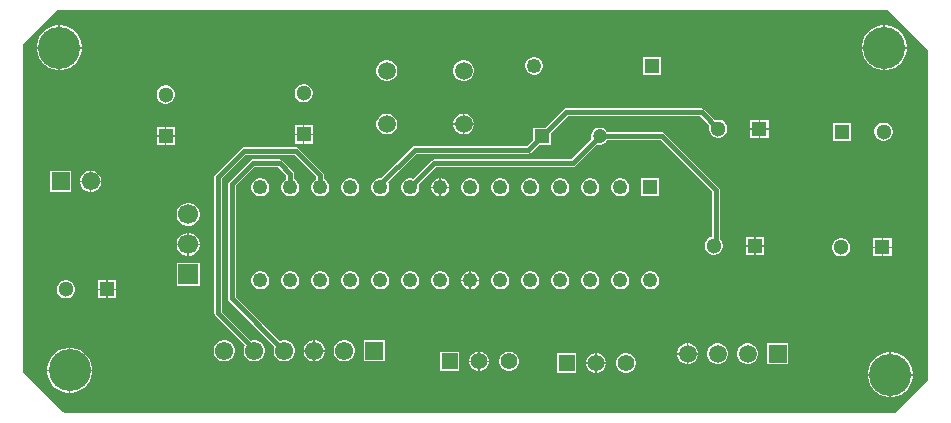
<source format=gbl>
G04*
G04 #@! TF.GenerationSoftware,Altium Limited,Altium Designer,23.4.1 (23)*
G04*
G04 Layer_Physical_Order=2*
G04 Layer_Color=16711680*
%FSLAX44Y44*%
%MOMM*%
G71*
G04*
G04 #@! TF.SameCoordinates,25470DFE-9127-4010-A817-713BFABC8644*
G04*
G04*
G04 #@! TF.FilePolarity,Positive*
G04*
G01*
G75*
%ADD22C,1.3000*%
%ADD23R,1.3000X1.3000*%
%ADD26R,1.3000X1.3000*%
%ADD27C,1.2500*%
%ADD28R,1.2500X1.2500*%
%ADD33C,1.5500*%
%ADD34R,1.5500X1.5500*%
%ADD36C,0.3810*%
%ADD37C,3.5560*%
%ADD38C,1.5000*%
%ADD39R,1.5000X1.5000*%
%ADD40R,1.2500X1.2500*%
%ADD41C,1.7000*%
%ADD42R,1.7000X1.7000*%
%ADD43C,1.4000*%
%ADD44R,1.4000X1.4000*%
%ADD45R,1.2000X1.2000*%
%ADD46C,1.2000*%
G36*
X1025391Y865295D02*
Y586315D01*
X997375Y558299D01*
X294971D01*
X291931Y559312D01*
X258579Y592665D01*
Y870375D01*
X287865Y899661D01*
X991025D01*
X1025391Y865295D01*
D02*
G37*
%LPC*%
G36*
X989936Y886460D02*
X988695D01*
Y868045D01*
X1007110D01*
Y869286D01*
X1006378Y872967D01*
X1004942Y876434D01*
X1002857Y879554D01*
X1000204Y882207D01*
X997084Y884292D01*
X993617Y885728D01*
X989936Y886460D01*
D02*
G37*
G36*
X987425D02*
X986184D01*
X982503Y885728D01*
X979036Y884292D01*
X975916Y882207D01*
X973263Y879554D01*
X971178Y876434D01*
X969742Y872967D01*
X969010Y869286D01*
Y868045D01*
X987425D01*
Y886460D01*
D02*
G37*
G36*
X291436D02*
X290195D01*
Y868045D01*
X308610D01*
Y869286D01*
X307878Y872967D01*
X306442Y876434D01*
X304357Y879554D01*
X301704Y882207D01*
X298584Y884292D01*
X295117Y885728D01*
X291436Y886460D01*
D02*
G37*
G36*
X288925D02*
X287684D01*
X284003Y885728D01*
X280536Y884292D01*
X277416Y882207D01*
X274763Y879554D01*
X272678Y876434D01*
X271242Y872967D01*
X270510Y869286D01*
Y868045D01*
X288925D01*
Y886460D01*
D02*
G37*
G36*
X1007110Y866775D02*
X988695D01*
Y848360D01*
X989936D01*
X993617Y849092D01*
X997084Y850528D01*
X1000204Y852613D01*
X1002857Y855266D01*
X1004942Y858386D01*
X1006378Y861853D01*
X1007110Y865534D01*
Y866775D01*
D02*
G37*
G36*
X987425D02*
X969010D01*
Y865534D01*
X969742Y861853D01*
X971178Y858386D01*
X973263Y855266D01*
X975916Y852613D01*
X979036Y850528D01*
X982503Y849092D01*
X986184Y848360D01*
X987425D01*
Y866775D01*
D02*
G37*
G36*
X308610D02*
X290195D01*
Y848360D01*
X291436D01*
X295117Y849092D01*
X298584Y850528D01*
X301704Y852613D01*
X304357Y855266D01*
X306442Y858386D01*
X307878Y861853D01*
X308610Y865534D01*
Y866775D01*
D02*
G37*
G36*
X288925D02*
X270510D01*
Y865534D01*
X271242Y861853D01*
X272678Y858386D01*
X274763Y855266D01*
X277416Y852613D01*
X280536Y850528D01*
X284003Y849092D01*
X287684Y848360D01*
X288925D01*
Y866775D01*
D02*
G37*
G36*
X799200Y859690D02*
X784160D01*
Y844650D01*
X799200D01*
Y859690D01*
D02*
G37*
G36*
X692670D02*
X690690D01*
X688777Y859177D01*
X687063Y858187D01*
X685663Y856787D01*
X684672Y855073D01*
X684160Y853160D01*
Y851180D01*
X684672Y849267D01*
X685663Y847553D01*
X687063Y846152D01*
X688777Y845163D01*
X690690Y844650D01*
X692670D01*
X694583Y845163D01*
X696297Y846152D01*
X697698Y847553D01*
X698688Y849267D01*
X699200Y851180D01*
Y853160D01*
X698688Y855073D01*
X697698Y856787D01*
X696297Y858187D01*
X694583Y859177D01*
X692670Y859690D01*
D02*
G37*
G36*
X633095Y856770D02*
X630785D01*
X628555Y856172D01*
X626555Y855018D01*
X624922Y853385D01*
X623768Y851385D01*
X623170Y849155D01*
Y846845D01*
X623768Y844615D01*
X624922Y842615D01*
X626555Y840982D01*
X628555Y839828D01*
X630785Y839230D01*
X633095D01*
X635325Y839828D01*
X637325Y840982D01*
X638958Y842615D01*
X640112Y844615D01*
X640710Y846845D01*
Y849155D01*
X640112Y851385D01*
X638958Y853385D01*
X637325Y855018D01*
X635325Y856172D01*
X633095Y856770D01*
D02*
G37*
G36*
X568095D02*
X565785D01*
X563555Y856172D01*
X561555Y855018D01*
X559922Y853385D01*
X558768Y851385D01*
X558170Y849155D01*
Y846845D01*
X558768Y844615D01*
X559922Y842615D01*
X561555Y840982D01*
X563555Y839828D01*
X565785Y839230D01*
X568095D01*
X570325Y839828D01*
X572325Y840982D01*
X573958Y842615D01*
X575112Y844615D01*
X575710Y846845D01*
Y849155D01*
X575112Y851385D01*
X573958Y853385D01*
X572325Y855018D01*
X570325Y856172D01*
X568095Y856770D01*
D02*
G37*
G36*
X497593Y836800D02*
X495547D01*
X493571Y836271D01*
X491799Y835247D01*
X490353Y833801D01*
X489329Y832029D01*
X488800Y830053D01*
Y828007D01*
X489329Y826031D01*
X490353Y824259D01*
X491799Y822812D01*
X493571Y821789D01*
X495547Y821260D01*
X497593D01*
X499569Y821789D01*
X501341Y822812D01*
X502788Y824259D01*
X503811Y826031D01*
X504340Y828007D01*
Y830053D01*
X503811Y832029D01*
X502788Y833801D01*
X501341Y835247D01*
X499569Y836271D01*
X497593Y836800D01*
D02*
G37*
G36*
X380753Y835530D02*
X378707D01*
X376731Y835001D01*
X374959Y833978D01*
X373512Y832531D01*
X372490Y830759D01*
X371960Y828783D01*
Y826737D01*
X372490Y824761D01*
X373512Y822989D01*
X374959Y821543D01*
X376731Y820519D01*
X378707Y819990D01*
X380753D01*
X382729Y820519D01*
X384501Y821543D01*
X385947Y822989D01*
X386970Y824761D01*
X387500Y826737D01*
Y828783D01*
X386970Y830759D01*
X385947Y832531D01*
X384501Y833978D01*
X382729Y835001D01*
X380753Y835530D01*
D02*
G37*
G36*
X633095Y811770D02*
X632575D01*
Y803635D01*
X640710D01*
Y804155D01*
X640112Y806385D01*
X638958Y808385D01*
X637325Y810018D01*
X635325Y811172D01*
X633095Y811770D01*
D02*
G37*
G36*
X631305D02*
X630785D01*
X628555Y811172D01*
X626555Y810018D01*
X624922Y808385D01*
X623768Y806385D01*
X623170Y804155D01*
Y803635D01*
X631305D01*
Y811770D01*
D02*
G37*
G36*
X890140Y806600D02*
X883005D01*
Y799465D01*
X890140D01*
Y806600D01*
D02*
G37*
G36*
X881735D02*
X874600D01*
Y799465D01*
X881735D01*
Y806600D01*
D02*
G37*
G36*
X504340Y801800D02*
X497205D01*
Y794665D01*
X504340D01*
Y801800D01*
D02*
G37*
G36*
X495935D02*
X488800D01*
Y794665D01*
X495935D01*
Y801800D01*
D02*
G37*
G36*
X640710Y802365D02*
X632575D01*
Y794230D01*
X633095D01*
X635325Y794828D01*
X637325Y795982D01*
X638958Y797615D01*
X640112Y799615D01*
X640710Y801845D01*
Y802365D01*
D02*
G37*
G36*
X631305D02*
X623170D01*
Y801845D01*
X623768Y799615D01*
X624922Y797615D01*
X626555Y795982D01*
X628555Y794828D01*
X630785Y794230D01*
X631305D01*
Y802365D01*
D02*
G37*
G36*
X568095Y811770D02*
X565785D01*
X563555Y811172D01*
X561555Y810018D01*
X559922Y808385D01*
X558768Y806385D01*
X558170Y804155D01*
Y801845D01*
X558768Y799615D01*
X559922Y797615D01*
X561555Y795982D01*
X563555Y794828D01*
X565785Y794230D01*
X568095D01*
X570325Y794828D01*
X572325Y795982D01*
X573958Y797615D01*
X575112Y799615D01*
X575710Y801845D01*
Y804155D01*
X575112Y806385D01*
X573958Y808385D01*
X572325Y810018D01*
X570325Y811172D01*
X568095Y811770D01*
D02*
G37*
G36*
X387500Y800530D02*
X380365D01*
Y793395D01*
X387500D01*
Y800530D01*
D02*
G37*
G36*
X379095D02*
X371960D01*
Y793395D01*
X379095D01*
Y800530D01*
D02*
G37*
G36*
X890140Y798195D02*
X883005D01*
Y791060D01*
X890140D01*
Y798195D01*
D02*
G37*
G36*
X881735D02*
X874600D01*
Y791060D01*
X881735D01*
Y798195D01*
D02*
G37*
G36*
X833400Y816037D02*
X718550D01*
X717311Y815791D01*
X716261Y815089D01*
X700922Y799750D01*
X690960D01*
Y789788D01*
X685459Y784287D01*
X590550D01*
X589311Y784041D01*
X588261Y783339D01*
X561742Y756820D01*
X560350D01*
X558437Y756308D01*
X556723Y755318D01*
X555322Y753917D01*
X554333Y752203D01*
X553820Y750290D01*
Y748310D01*
X554333Y746397D01*
X555322Y744683D01*
X556723Y743282D01*
X558437Y742292D01*
X560350Y741780D01*
X562330D01*
X564243Y742292D01*
X565957Y743282D01*
X567357Y744683D01*
X568348Y746397D01*
X568860Y748310D01*
Y750290D01*
X568348Y752203D01*
X567591Y753513D01*
X591891Y777813D01*
X686800D01*
X688039Y778059D01*
X689089Y778761D01*
X695538Y785210D01*
X705500D01*
Y795172D01*
X719891Y809563D01*
X832059D01*
X840058Y801563D01*
X839600Y799853D01*
Y797807D01*
X840129Y795831D01*
X841152Y794059D01*
X842599Y792613D01*
X844371Y791590D01*
X846347Y791060D01*
X848393D01*
X850369Y791590D01*
X852141Y792613D01*
X853587Y794059D01*
X854611Y795831D01*
X855140Y797807D01*
Y799853D01*
X854611Y801829D01*
X853587Y803601D01*
X852141Y805048D01*
X850369Y806070D01*
X848393Y806600D01*
X846347D01*
X844637Y806142D01*
X835689Y815089D01*
X834639Y815791D01*
X833400Y816037D01*
D02*
G37*
G36*
X988523Y804060D02*
X986477D01*
X984501Y803531D01*
X982729Y802507D01*
X981282Y801061D01*
X980259Y799289D01*
X979730Y797313D01*
Y795267D01*
X980259Y793291D01*
X981282Y791519D01*
X982729Y790072D01*
X984501Y789050D01*
X986477Y788520D01*
X988523D01*
X990499Y789050D01*
X992271Y790072D01*
X993717Y791519D01*
X994741Y793291D01*
X995270Y795267D01*
Y797313D01*
X994741Y799289D01*
X993717Y801061D01*
X992271Y802507D01*
X990499Y803531D01*
X988523Y804060D01*
D02*
G37*
G36*
X960270D02*
X944730D01*
Y788520D01*
X960270D01*
Y804060D01*
D02*
G37*
G36*
X504340Y793395D02*
X497205D01*
Y786260D01*
X504340D01*
Y793395D01*
D02*
G37*
G36*
X495935D02*
X488800D01*
Y786260D01*
X495935D01*
Y793395D01*
D02*
G37*
G36*
X387500Y792125D02*
X380365D01*
Y784990D01*
X387500D01*
Y792125D01*
D02*
G37*
G36*
X379095D02*
X371960D01*
Y784990D01*
X379095D01*
Y792125D01*
D02*
G37*
G36*
X317418Y763400D02*
X316865D01*
Y755015D01*
X325250D01*
Y755567D01*
X324635Y757862D01*
X323448Y759918D01*
X321768Y761598D01*
X319712Y762785D01*
X317418Y763400D01*
D02*
G37*
G36*
X315595D02*
X315042D01*
X312748Y762785D01*
X310692Y761598D01*
X309012Y759918D01*
X307825Y757862D01*
X307210Y755567D01*
Y755015D01*
X315595D01*
Y763400D01*
D02*
G37*
G36*
X613130Y756820D02*
X612775D01*
Y749935D01*
X619660D01*
Y750290D01*
X619147Y752203D01*
X618158Y753917D01*
X616757Y755318D01*
X615043Y756308D01*
X613130Y756820D01*
D02*
G37*
G36*
X611505D02*
X611150D01*
X609237Y756308D01*
X607523Y755318D01*
X606123Y753917D01*
X605132Y752203D01*
X604620Y750290D01*
Y749935D01*
X611505D01*
Y756820D01*
D02*
G37*
G36*
X325250Y753745D02*
X316865D01*
Y745360D01*
X317418D01*
X319712Y745975D01*
X321768Y747162D01*
X323448Y748842D01*
X324635Y750898D01*
X325250Y753193D01*
Y753745D01*
D02*
G37*
G36*
X315595D02*
X307210D01*
Y753193D01*
X307825Y750898D01*
X309012Y748842D01*
X310692Y747162D01*
X312748Y745975D01*
X315042Y745360D01*
X315595D01*
Y753745D01*
D02*
G37*
G36*
X299850Y763400D02*
X281810D01*
Y745360D01*
X299850D01*
Y763400D01*
D02*
G37*
G36*
X797460Y756820D02*
X782420D01*
Y741780D01*
X797460D01*
Y756820D01*
D02*
G37*
G36*
X765530D02*
X763550D01*
X761637Y756308D01*
X759923Y755318D01*
X758522Y753917D01*
X757533Y752203D01*
X757020Y750290D01*
Y748310D01*
X757533Y746397D01*
X758522Y744683D01*
X759923Y743282D01*
X761637Y742292D01*
X763550Y741780D01*
X765530D01*
X767443Y742292D01*
X769157Y743282D01*
X770557Y744683D01*
X771547Y746397D01*
X772060Y748310D01*
Y750290D01*
X771547Y752203D01*
X770557Y753917D01*
X769157Y755318D01*
X767443Y756308D01*
X765530Y756820D01*
D02*
G37*
G36*
X740130D02*
X738150D01*
X736237Y756308D01*
X734523Y755318D01*
X733122Y753917D01*
X732132Y752203D01*
X731620Y750290D01*
Y748310D01*
X732132Y746397D01*
X733122Y744683D01*
X734523Y743282D01*
X736237Y742292D01*
X738150Y741780D01*
X740130D01*
X742043Y742292D01*
X743757Y743282D01*
X745157Y744683D01*
X746148Y746397D01*
X746660Y748310D01*
Y750290D01*
X746148Y752203D01*
X745157Y753917D01*
X743757Y755318D01*
X742043Y756308D01*
X740130Y756820D01*
D02*
G37*
G36*
X714730D02*
X712750D01*
X710837Y756308D01*
X709123Y755318D01*
X707722Y753917D01*
X706732Y752203D01*
X706220Y750290D01*
Y748310D01*
X706732Y746397D01*
X707722Y744683D01*
X709123Y743282D01*
X710837Y742292D01*
X712750Y741780D01*
X714730D01*
X716643Y742292D01*
X718357Y743282D01*
X719758Y744683D01*
X720748Y746397D01*
X721260Y748310D01*
Y750290D01*
X720748Y752203D01*
X719758Y753917D01*
X718357Y755318D01*
X716643Y756308D01*
X714730Y756820D01*
D02*
G37*
G36*
X689330D02*
X687350D01*
X685437Y756308D01*
X683723Y755318D01*
X682322Y753917D01*
X681332Y752203D01*
X680820Y750290D01*
Y748310D01*
X681332Y746397D01*
X682322Y744683D01*
X683723Y743282D01*
X685437Y742292D01*
X687350Y741780D01*
X689330D01*
X691243Y742292D01*
X692957Y743282D01*
X694358Y744683D01*
X695348Y746397D01*
X695860Y748310D01*
Y750290D01*
X695348Y752203D01*
X694358Y753917D01*
X692957Y755318D01*
X691243Y756308D01*
X689330Y756820D01*
D02*
G37*
G36*
X663930D02*
X661950D01*
X660037Y756308D01*
X658323Y755318D01*
X656923Y753917D01*
X655932Y752203D01*
X655420Y750290D01*
Y748310D01*
X655932Y746397D01*
X656923Y744683D01*
X658323Y743282D01*
X660037Y742292D01*
X661950Y741780D01*
X663930D01*
X665843Y742292D01*
X667557Y743282D01*
X668958Y744683D01*
X669948Y746397D01*
X670460Y748310D01*
Y750290D01*
X669948Y752203D01*
X668958Y753917D01*
X667557Y755318D01*
X665843Y756308D01*
X663930Y756820D01*
D02*
G37*
G36*
X638530D02*
X636550D01*
X634637Y756308D01*
X632923Y755318D01*
X631522Y753917D01*
X630532Y752203D01*
X630020Y750290D01*
Y748310D01*
X630532Y746397D01*
X631522Y744683D01*
X632923Y743282D01*
X634637Y742292D01*
X636550Y741780D01*
X638530D01*
X640443Y742292D01*
X642157Y743282D01*
X643558Y744683D01*
X644548Y746397D01*
X645060Y748310D01*
Y750290D01*
X644548Y752203D01*
X643558Y753917D01*
X642157Y755318D01*
X640443Y756308D01*
X638530Y756820D01*
D02*
G37*
G36*
X619660Y748665D02*
X612775D01*
Y741780D01*
X613130D01*
X615043Y742292D01*
X616757Y743282D01*
X618158Y744683D01*
X619147Y746397D01*
X619660Y748310D01*
Y748665D01*
D02*
G37*
G36*
X611505D02*
X604620D01*
Y748310D01*
X605132Y746397D01*
X606123Y744683D01*
X607523Y743282D01*
X609237Y742292D01*
X611150Y741780D01*
X611505D01*
Y748665D01*
D02*
G37*
G36*
X536930Y756820D02*
X534950D01*
X533037Y756308D01*
X531323Y755318D01*
X529922Y753917D01*
X528932Y752203D01*
X528420Y750290D01*
Y748310D01*
X528932Y746397D01*
X529922Y744683D01*
X531323Y743282D01*
X533037Y742292D01*
X534950Y741780D01*
X536930D01*
X538843Y742292D01*
X540557Y743282D01*
X541958Y744683D01*
X542948Y746397D01*
X543460Y748310D01*
Y750290D01*
X542948Y752203D01*
X541958Y753917D01*
X540557Y755318D01*
X538843Y756308D01*
X536930Y756820D01*
D02*
G37*
G36*
X490220Y783017D02*
X445770D01*
X444531Y782771D01*
X443481Y782069D01*
X421891Y760479D01*
X421189Y759429D01*
X420943Y758190D01*
Y642620D01*
X421189Y641381D01*
X421891Y640331D01*
X446846Y615376D01*
X446255Y614352D01*
X445640Y612057D01*
Y609683D01*
X446255Y607388D01*
X447442Y605332D01*
X449122Y603652D01*
X451178Y602465D01*
X453473Y601850D01*
X455848D01*
X458142Y602465D01*
X460198Y603652D01*
X461878Y605332D01*
X463065Y607388D01*
X463680Y609683D01*
Y612057D01*
X463065Y614352D01*
X461878Y616408D01*
X460198Y618088D01*
X458142Y619275D01*
X455848Y619890D01*
X453473D01*
X451908Y619471D01*
X427417Y643961D01*
Y756849D01*
X447111Y776543D01*
X488879D01*
X507303Y758119D01*
Y756114D01*
X505923Y755318D01*
X504523Y753917D01*
X503532Y752203D01*
X503020Y750290D01*
Y748310D01*
X503532Y746397D01*
X504523Y744683D01*
X505923Y743282D01*
X507637Y742292D01*
X509550Y741780D01*
X511530D01*
X513443Y742292D01*
X515157Y743282D01*
X516558Y744683D01*
X517547Y746397D01*
X518060Y748310D01*
Y750290D01*
X517547Y752203D01*
X516558Y753917D01*
X515157Y755318D01*
X513777Y756114D01*
Y759460D01*
X513531Y760699D01*
X512829Y761749D01*
X492509Y782069D01*
X491459Y782771D01*
X490220Y783017D01*
D02*
G37*
G36*
X476250Y772857D02*
X453390D01*
X452151Y772611D01*
X451101Y771909D01*
X433321Y754129D01*
X432619Y753079D01*
X432373Y751840D01*
Y655320D01*
X432619Y654081D01*
X433321Y653031D01*
X471781Y614571D01*
X471655Y614352D01*
X471040Y612057D01*
Y609683D01*
X471655Y607388D01*
X472842Y605332D01*
X474522Y603652D01*
X476578Y602465D01*
X478872Y601850D01*
X481247D01*
X483542Y602465D01*
X485598Y603652D01*
X487278Y605332D01*
X488465Y607388D01*
X489080Y609683D01*
Y612057D01*
X488465Y614352D01*
X487278Y616408D01*
X485598Y618088D01*
X483542Y619275D01*
X481247Y619890D01*
X478872D01*
X476578Y619275D01*
X476359Y619149D01*
X438847Y656661D01*
Y750499D01*
X454731Y766383D01*
X474909D01*
X481903Y759389D01*
Y756114D01*
X480523Y755318D01*
X479123Y753917D01*
X478133Y752203D01*
X477620Y750290D01*
Y748310D01*
X478133Y746397D01*
X479123Y744683D01*
X480523Y743282D01*
X482237Y742292D01*
X484150Y741780D01*
X486130D01*
X488043Y742292D01*
X489757Y743282D01*
X491157Y744683D01*
X492147Y746397D01*
X492660Y748310D01*
Y750290D01*
X492147Y752203D01*
X491157Y753917D01*
X489757Y755318D01*
X488377Y756114D01*
Y760730D01*
X488131Y761969D01*
X487429Y763019D01*
X478539Y771909D01*
X477489Y772611D01*
X476250Y772857D01*
D02*
G37*
G36*
X460730Y756820D02*
X458750D01*
X456837Y756308D01*
X455123Y755318D01*
X453722Y753917D01*
X452733Y752203D01*
X452220Y750290D01*
Y748310D01*
X452733Y746397D01*
X453722Y744683D01*
X455123Y743282D01*
X456837Y742292D01*
X458750Y741780D01*
X460730D01*
X462643Y742292D01*
X464357Y743282D01*
X465757Y744683D01*
X466748Y746397D01*
X467260Y748310D01*
Y750290D01*
X466748Y752203D01*
X465757Y753917D01*
X464357Y755318D01*
X462643Y756308D01*
X460730Y756820D01*
D02*
G37*
G36*
X400066Y736210D02*
X397494D01*
X395009Y735544D01*
X392781Y734258D01*
X390962Y732439D01*
X389676Y730211D01*
X389010Y727726D01*
Y725154D01*
X389676Y722669D01*
X390962Y720441D01*
X392781Y718622D01*
X395009Y717336D01*
X397494Y716670D01*
X400066D01*
X402551Y717336D01*
X404779Y718622D01*
X406598Y720441D01*
X407884Y722669D01*
X408550Y725154D01*
Y727726D01*
X407884Y730211D01*
X406598Y732439D01*
X404779Y734258D01*
X402551Y735544D01*
X400066Y736210D01*
D02*
G37*
G36*
Y710810D02*
X399415D01*
Y701675D01*
X408550D01*
Y702326D01*
X407884Y704811D01*
X406598Y707039D01*
X404779Y708858D01*
X402551Y710144D01*
X400066Y710810D01*
D02*
G37*
G36*
X398145D02*
X397494D01*
X395009Y710144D01*
X392781Y708858D01*
X390962Y707039D01*
X389676Y704811D01*
X389010Y702326D01*
Y701675D01*
X398145D01*
Y710810D01*
D02*
G37*
G36*
X886610Y707540D02*
X879475D01*
Y700405D01*
X886610D01*
Y707540D01*
D02*
G37*
G36*
X878205D02*
X871070D01*
Y700405D01*
X878205D01*
Y707540D01*
D02*
G37*
G36*
X994280Y706270D02*
X987145D01*
Y699135D01*
X994280D01*
Y706270D01*
D02*
G37*
G36*
X985875D02*
X978740D01*
Y699135D01*
X985875D01*
Y706270D01*
D02*
G37*
G36*
X886610Y699135D02*
X879475D01*
Y692000D01*
X886610D01*
Y699135D01*
D02*
G37*
G36*
X878205D02*
X871070D01*
Y692000D01*
X878205D01*
Y699135D01*
D02*
G37*
G36*
X747987Y799750D02*
X746073D01*
X744224Y799255D01*
X742566Y798297D01*
X741213Y796944D01*
X740255Y795286D01*
X739760Y793437D01*
Y791523D01*
X740127Y790155D01*
X722829Y772857D01*
X607060D01*
X605821Y772611D01*
X604771Y771909D01*
X589269Y756407D01*
X587730Y756820D01*
X585750D01*
X583837Y756308D01*
X582123Y755318D01*
X580723Y753917D01*
X579733Y752203D01*
X579220Y750290D01*
Y748310D01*
X579733Y746397D01*
X580723Y744683D01*
X582123Y743282D01*
X583837Y742292D01*
X585750Y741780D01*
X587730D01*
X589643Y742292D01*
X591357Y743282D01*
X592757Y744683D01*
X593747Y746397D01*
X594260Y748310D01*
Y750290D01*
X593848Y751829D01*
X608401Y766383D01*
X724170D01*
X725409Y766629D01*
X726459Y767331D01*
X744705Y785577D01*
X746073Y785210D01*
X747987D01*
X749836Y785705D01*
X751494Y786663D01*
X752847Y788016D01*
X753556Y789243D01*
X798759D01*
X842583Y745419D01*
Y707477D01*
X840841Y707010D01*
X839069Y705987D01*
X837623Y704541D01*
X836600Y702769D01*
X836070Y700793D01*
Y698747D01*
X836600Y696771D01*
X837623Y694999D01*
X839069Y693552D01*
X840841Y692530D01*
X842817Y692000D01*
X844863D01*
X846839Y692530D01*
X848611Y693552D01*
X850058Y694999D01*
X851080Y696771D01*
X851610Y698747D01*
Y700793D01*
X851080Y702769D01*
X850058Y704541D01*
X849008Y705591D01*
X849057Y705840D01*
Y746760D01*
X848811Y747999D01*
X848109Y749049D01*
X802389Y794769D01*
X801339Y795471D01*
X800100Y795717D01*
X753556D01*
X752847Y796944D01*
X751494Y798297D01*
X749836Y799255D01*
X747987Y799750D01*
D02*
G37*
G36*
X408550Y700405D02*
X399415D01*
Y691270D01*
X400066D01*
X402551Y691936D01*
X404779Y693222D01*
X406598Y695041D01*
X407884Y697269D01*
X408550Y699754D01*
Y700405D01*
D02*
G37*
G36*
X398145D02*
X389010D01*
Y699754D01*
X389676Y697269D01*
X390962Y695041D01*
X392781Y693222D01*
X395009Y691936D01*
X397494Y691270D01*
X398145D01*
Y700405D01*
D02*
G37*
G36*
X994280Y697865D02*
X987145D01*
Y690730D01*
X994280D01*
Y697865D01*
D02*
G37*
G36*
X985875D02*
X978740D01*
Y690730D01*
X985875D01*
Y697865D01*
D02*
G37*
G36*
X952533Y706270D02*
X950487D01*
X948511Y705741D01*
X946739Y704717D01*
X945293Y703271D01*
X944269Y701499D01*
X943740Y699523D01*
Y697477D01*
X944269Y695501D01*
X945293Y693729D01*
X946739Y692282D01*
X948511Y691260D01*
X950487Y690730D01*
X952533D01*
X954509Y691260D01*
X956281Y692282D01*
X957728Y693729D01*
X958751Y695501D01*
X959280Y697477D01*
Y699523D01*
X958751Y701499D01*
X957728Y703271D01*
X956281Y704717D01*
X954509Y705741D01*
X952533Y706270D01*
D02*
G37*
G36*
X638530Y678080D02*
X638175D01*
Y671195D01*
X645060D01*
Y671550D01*
X644548Y673463D01*
X643558Y675177D01*
X642157Y676578D01*
X640443Y677568D01*
X638530Y678080D01*
D02*
G37*
G36*
X636905D02*
X636550D01*
X634637Y677568D01*
X632923Y676578D01*
X631522Y675177D01*
X630532Y673463D01*
X630020Y671550D01*
Y671195D01*
X636905D01*
Y678080D01*
D02*
G37*
G36*
X408550Y685410D02*
X389010D01*
Y665870D01*
X408550D01*
Y685410D01*
D02*
G37*
G36*
X337970Y670710D02*
X330835D01*
Y663575D01*
X337970D01*
Y670710D01*
D02*
G37*
G36*
X329565D02*
X322430D01*
Y663575D01*
X329565D01*
Y670710D01*
D02*
G37*
G36*
X790930Y678080D02*
X788950D01*
X787037Y677568D01*
X785323Y676578D01*
X783923Y675177D01*
X782933Y673463D01*
X782420Y671550D01*
Y669570D01*
X782933Y667657D01*
X783923Y665943D01*
X785323Y664542D01*
X787037Y663552D01*
X788950Y663040D01*
X790930D01*
X792843Y663552D01*
X794557Y664542D01*
X795957Y665943D01*
X796947Y667657D01*
X797460Y669570D01*
Y671550D01*
X796947Y673463D01*
X795957Y675177D01*
X794557Y676578D01*
X792843Y677568D01*
X790930Y678080D01*
D02*
G37*
G36*
X765530D02*
X763550D01*
X761637Y677568D01*
X759923Y676578D01*
X758522Y675177D01*
X757533Y673463D01*
X757020Y671550D01*
Y669570D01*
X757533Y667657D01*
X758522Y665943D01*
X759923Y664542D01*
X761637Y663552D01*
X763550Y663040D01*
X765530D01*
X767443Y663552D01*
X769157Y664542D01*
X770557Y665943D01*
X771547Y667657D01*
X772060Y669570D01*
Y671550D01*
X771547Y673463D01*
X770557Y675177D01*
X769157Y676578D01*
X767443Y677568D01*
X765530Y678080D01*
D02*
G37*
G36*
X740130D02*
X738150D01*
X736237Y677568D01*
X734523Y676578D01*
X733122Y675177D01*
X732132Y673463D01*
X731620Y671550D01*
Y669570D01*
X732132Y667657D01*
X733122Y665943D01*
X734523Y664542D01*
X736237Y663552D01*
X738150Y663040D01*
X740130D01*
X742043Y663552D01*
X743757Y664542D01*
X745157Y665943D01*
X746148Y667657D01*
X746660Y669570D01*
Y671550D01*
X746148Y673463D01*
X745157Y675177D01*
X743757Y676578D01*
X742043Y677568D01*
X740130Y678080D01*
D02*
G37*
G36*
X714730D02*
X712750D01*
X710837Y677568D01*
X709123Y676578D01*
X707722Y675177D01*
X706732Y673463D01*
X706220Y671550D01*
Y669570D01*
X706732Y667657D01*
X707722Y665943D01*
X709123Y664542D01*
X710837Y663552D01*
X712750Y663040D01*
X714730D01*
X716643Y663552D01*
X718357Y664542D01*
X719758Y665943D01*
X720748Y667657D01*
X721260Y669570D01*
Y671550D01*
X720748Y673463D01*
X719758Y675177D01*
X718357Y676578D01*
X716643Y677568D01*
X714730Y678080D01*
D02*
G37*
G36*
X689330D02*
X687350D01*
X685437Y677568D01*
X683723Y676578D01*
X682322Y675177D01*
X681332Y673463D01*
X680820Y671550D01*
Y669570D01*
X681332Y667657D01*
X682322Y665943D01*
X683723Y664542D01*
X685437Y663552D01*
X687350Y663040D01*
X689330D01*
X691243Y663552D01*
X692957Y664542D01*
X694358Y665943D01*
X695348Y667657D01*
X695860Y669570D01*
Y671550D01*
X695348Y673463D01*
X694358Y675177D01*
X692957Y676578D01*
X691243Y677568D01*
X689330Y678080D01*
D02*
G37*
G36*
X663930D02*
X661950D01*
X660037Y677568D01*
X658323Y676578D01*
X656923Y675177D01*
X655932Y673463D01*
X655420Y671550D01*
Y669570D01*
X655932Y667657D01*
X656923Y665943D01*
X658323Y664542D01*
X660037Y663552D01*
X661950Y663040D01*
X663930D01*
X665843Y663552D01*
X667557Y664542D01*
X668958Y665943D01*
X669948Y667657D01*
X670460Y669570D01*
Y671550D01*
X669948Y673463D01*
X668958Y675177D01*
X667557Y676578D01*
X665843Y677568D01*
X663930Y678080D01*
D02*
G37*
G36*
X645060Y669925D02*
X638175D01*
Y663040D01*
X638530D01*
X640443Y663552D01*
X642157Y664542D01*
X643558Y665943D01*
X644548Y667657D01*
X645060Y669570D01*
Y669925D01*
D02*
G37*
G36*
X636905D02*
X630020D01*
Y669570D01*
X630532Y667657D01*
X631522Y665943D01*
X632923Y664542D01*
X634637Y663552D01*
X636550Y663040D01*
X636905D01*
Y669925D01*
D02*
G37*
G36*
X613130Y678080D02*
X611150D01*
X609237Y677568D01*
X607523Y676578D01*
X606123Y675177D01*
X605132Y673463D01*
X604620Y671550D01*
Y669570D01*
X605132Y667657D01*
X606123Y665943D01*
X607523Y664542D01*
X609237Y663552D01*
X611150Y663040D01*
X613130D01*
X615043Y663552D01*
X616757Y664542D01*
X618158Y665943D01*
X619147Y667657D01*
X619660Y669570D01*
Y671550D01*
X619147Y673463D01*
X618158Y675177D01*
X616757Y676578D01*
X615043Y677568D01*
X613130Y678080D01*
D02*
G37*
G36*
X587730D02*
X585750D01*
X583837Y677568D01*
X582123Y676578D01*
X580723Y675177D01*
X579733Y673463D01*
X579220Y671550D01*
Y669570D01*
X579733Y667657D01*
X580723Y665943D01*
X582123Y664542D01*
X583837Y663552D01*
X585750Y663040D01*
X587730D01*
X589643Y663552D01*
X591357Y664542D01*
X592757Y665943D01*
X593747Y667657D01*
X594260Y669570D01*
Y671550D01*
X593747Y673463D01*
X592757Y675177D01*
X591357Y676578D01*
X589643Y677568D01*
X587730Y678080D01*
D02*
G37*
G36*
X562330D02*
X560350D01*
X558437Y677568D01*
X556723Y676578D01*
X555322Y675177D01*
X554333Y673463D01*
X553820Y671550D01*
Y669570D01*
X554333Y667657D01*
X555322Y665943D01*
X556723Y664542D01*
X558437Y663552D01*
X560350Y663040D01*
X562330D01*
X564243Y663552D01*
X565957Y664542D01*
X567357Y665943D01*
X568348Y667657D01*
X568860Y669570D01*
Y671550D01*
X568348Y673463D01*
X567357Y675177D01*
X565957Y676578D01*
X564243Y677568D01*
X562330Y678080D01*
D02*
G37*
G36*
X536930D02*
X534950D01*
X533037Y677568D01*
X531323Y676578D01*
X529922Y675177D01*
X528932Y673463D01*
X528420Y671550D01*
Y669570D01*
X528932Y667657D01*
X529922Y665943D01*
X531323Y664542D01*
X533037Y663552D01*
X534950Y663040D01*
X536930D01*
X538843Y663552D01*
X540557Y664542D01*
X541958Y665943D01*
X542948Y667657D01*
X543460Y669570D01*
Y671550D01*
X542948Y673463D01*
X541958Y675177D01*
X540557Y676578D01*
X538843Y677568D01*
X536930Y678080D01*
D02*
G37*
G36*
X511530D02*
X509550D01*
X507637Y677568D01*
X505923Y676578D01*
X504523Y675177D01*
X503532Y673463D01*
X503020Y671550D01*
Y669570D01*
X503532Y667657D01*
X504523Y665943D01*
X505923Y664542D01*
X507637Y663552D01*
X509550Y663040D01*
X511530D01*
X513443Y663552D01*
X515157Y664542D01*
X516558Y665943D01*
X517547Y667657D01*
X518060Y669570D01*
Y671550D01*
X517547Y673463D01*
X516558Y675177D01*
X515157Y676578D01*
X513443Y677568D01*
X511530Y678080D01*
D02*
G37*
G36*
X486130D02*
X484150D01*
X482237Y677568D01*
X480523Y676578D01*
X479123Y675177D01*
X478133Y673463D01*
X477620Y671550D01*
Y669570D01*
X478133Y667657D01*
X479123Y665943D01*
X480523Y664542D01*
X482237Y663552D01*
X484150Y663040D01*
X486130D01*
X488043Y663552D01*
X489757Y664542D01*
X491157Y665943D01*
X492147Y667657D01*
X492660Y669570D01*
Y671550D01*
X492147Y673463D01*
X491157Y675177D01*
X489757Y676578D01*
X488043Y677568D01*
X486130Y678080D01*
D02*
G37*
G36*
X460730D02*
X458750D01*
X456837Y677568D01*
X455123Y676578D01*
X453722Y675177D01*
X452733Y673463D01*
X452220Y671550D01*
Y669570D01*
X452733Y667657D01*
X453722Y665943D01*
X455123Y664542D01*
X456837Y663552D01*
X458750Y663040D01*
X460730D01*
X462643Y663552D01*
X464357Y664542D01*
X465757Y665943D01*
X466748Y667657D01*
X467260Y669570D01*
Y671550D01*
X466748Y673463D01*
X465757Y675177D01*
X464357Y676578D01*
X462643Y677568D01*
X460730Y678080D01*
D02*
G37*
G36*
X337970Y662305D02*
X330835D01*
Y655170D01*
X337970D01*
Y662305D01*
D02*
G37*
G36*
X329565D02*
X322430D01*
Y655170D01*
X329565D01*
Y662305D01*
D02*
G37*
G36*
X296223Y670710D02*
X294177D01*
X292201Y670181D01*
X290429Y669157D01*
X288983Y667711D01*
X287959Y665939D01*
X287430Y663963D01*
Y661917D01*
X287959Y659941D01*
X288983Y658169D01*
X290429Y656722D01*
X292201Y655699D01*
X294177Y655170D01*
X296223D01*
X298199Y655699D01*
X299971Y656722D01*
X301418Y658169D01*
X302440Y659941D01*
X302970Y661917D01*
Y663963D01*
X302440Y665939D01*
X301418Y667711D01*
X299971Y669157D01*
X298199Y670181D01*
X296223Y670710D01*
D02*
G37*
G36*
X506647Y619890D02*
X506095D01*
Y611505D01*
X514480D01*
Y612057D01*
X513865Y614352D01*
X512678Y616408D01*
X510998Y618088D01*
X508942Y619275D01*
X506647Y619890D01*
D02*
G37*
G36*
X504825D02*
X504272D01*
X501978Y619275D01*
X499922Y618088D01*
X498242Y616408D01*
X497055Y614352D01*
X496440Y612057D01*
Y611505D01*
X504825D01*
Y619890D01*
D02*
G37*
G36*
X822845Y617100D02*
X822325D01*
Y608965D01*
X830460D01*
Y609485D01*
X829862Y611715D01*
X828708Y613715D01*
X827075Y615348D01*
X825075Y616502D01*
X822845Y617100D01*
D02*
G37*
G36*
X821055D02*
X820535D01*
X818305Y616502D01*
X816305Y615348D01*
X814672Y613715D01*
X813518Y611715D01*
X812920Y609485D01*
Y608965D01*
X821055D01*
Y617100D01*
D02*
G37*
G36*
X646249Y610250D02*
X645795D01*
Y602615D01*
X653430D01*
Y603069D01*
X652866Y605172D01*
X651778Y607058D01*
X650238Y608598D01*
X648352Y609686D01*
X646249Y610250D01*
D02*
G37*
G36*
X644525D02*
X644071D01*
X641968Y609686D01*
X640082Y608598D01*
X638542Y607058D01*
X637454Y605172D01*
X636890Y603069D01*
Y602615D01*
X644525D01*
Y610250D01*
D02*
G37*
G36*
X565280Y619890D02*
X547240D01*
Y601850D01*
X565280D01*
Y619890D01*
D02*
G37*
G36*
X532048D02*
X529673D01*
X527378Y619275D01*
X525322Y618088D01*
X523642Y616408D01*
X522455Y614352D01*
X521840Y612057D01*
Y609683D01*
X522455Y607388D01*
X523642Y605332D01*
X525322Y603652D01*
X527378Y602465D01*
X529673Y601850D01*
X532048D01*
X534342Y602465D01*
X536398Y603652D01*
X538078Y605332D01*
X539265Y607388D01*
X539880Y609683D01*
Y612057D01*
X539265Y614352D01*
X538078Y616408D01*
X536398Y618088D01*
X534342Y619275D01*
X532048Y619890D01*
D02*
G37*
G36*
X514480Y610235D02*
X506095D01*
Y601850D01*
X506647D01*
X508942Y602465D01*
X510998Y603652D01*
X512678Y605332D01*
X513865Y607388D01*
X514480Y609683D01*
Y610235D01*
D02*
G37*
G36*
X504825D02*
X496440D01*
Y609683D01*
X497055Y607388D01*
X498242Y605332D01*
X499922Y603652D01*
X501978Y602465D01*
X504272Y601850D01*
X504825D01*
Y610235D01*
D02*
G37*
G36*
X430448Y619890D02*
X428073D01*
X425778Y619275D01*
X423722Y618088D01*
X422042Y616408D01*
X420855Y614352D01*
X420240Y612057D01*
Y609683D01*
X420855Y607388D01*
X422042Y605332D01*
X423722Y603652D01*
X425778Y602465D01*
X428073Y601850D01*
X430448D01*
X432742Y602465D01*
X434798Y603652D01*
X436478Y605332D01*
X437665Y607388D01*
X438280Y609683D01*
Y612057D01*
X437665Y614352D01*
X436478Y616408D01*
X434798Y618088D01*
X432742Y619275D01*
X430448Y619890D01*
D02*
G37*
G36*
X745309Y608980D02*
X744855D01*
Y601345D01*
X752490D01*
Y601799D01*
X751926Y603902D01*
X750838Y605788D01*
X749298Y607328D01*
X747412Y608416D01*
X745309Y608980D01*
D02*
G37*
G36*
X743585D02*
X743131D01*
X741028Y608416D01*
X739142Y607328D01*
X737602Y605788D01*
X736514Y603902D01*
X735950Y601799D01*
Y601345D01*
X743585D01*
Y608980D01*
D02*
G37*
G36*
X906660Y617100D02*
X889120D01*
Y599560D01*
X906660D01*
Y617100D01*
D02*
G37*
G36*
X873645D02*
X871335D01*
X869105Y616502D01*
X867105Y615348D01*
X865472Y613715D01*
X864318Y611715D01*
X863720Y609485D01*
Y607175D01*
X864318Y604945D01*
X865472Y602945D01*
X867105Y601312D01*
X869105Y600158D01*
X871335Y599560D01*
X873645D01*
X875875Y600158D01*
X877875Y601312D01*
X879508Y602945D01*
X880662Y604945D01*
X881260Y607175D01*
Y609485D01*
X880662Y611715D01*
X879508Y613715D01*
X877875Y615348D01*
X875875Y616502D01*
X873645Y617100D01*
D02*
G37*
G36*
X848245D02*
X845935D01*
X843705Y616502D01*
X841705Y615348D01*
X840072Y613715D01*
X838918Y611715D01*
X838320Y609485D01*
Y607175D01*
X838918Y604945D01*
X840072Y602945D01*
X841705Y601312D01*
X843705Y600158D01*
X845935Y599560D01*
X848245D01*
X850475Y600158D01*
X852475Y601312D01*
X854108Y602945D01*
X855262Y604945D01*
X855860Y607175D01*
Y609485D01*
X855262Y611715D01*
X854108Y613715D01*
X852475Y615348D01*
X850475Y616502D01*
X848245Y617100D01*
D02*
G37*
G36*
X830460Y607695D02*
X822325D01*
Y599560D01*
X822845D01*
X825075Y600158D01*
X827075Y601312D01*
X828708Y602945D01*
X829862Y604945D01*
X830460Y607175D01*
Y607695D01*
D02*
G37*
G36*
X821055D02*
X812920D01*
Y607175D01*
X813518Y604945D01*
X814672Y602945D01*
X816305Y601312D01*
X818305Y600158D01*
X820535Y599560D01*
X821055D01*
Y607695D01*
D02*
G37*
G36*
X300326Y613410D02*
X299085D01*
Y594995D01*
X317500D01*
Y596236D01*
X316768Y599917D01*
X315332Y603384D01*
X313247Y606504D01*
X310594Y609157D01*
X307474Y611242D01*
X304007Y612678D01*
X300326Y613410D01*
D02*
G37*
G36*
X297815D02*
X296574D01*
X292893Y612678D01*
X289426Y611242D01*
X286306Y609157D01*
X283653Y606504D01*
X281568Y603384D01*
X280132Y599917D01*
X279400Y596236D01*
Y594995D01*
X297815D01*
Y613410D01*
D02*
G37*
G36*
X671249Y610250D02*
X669071D01*
X666968Y609686D01*
X665082Y608598D01*
X663542Y607058D01*
X662454Y605172D01*
X661890Y603069D01*
Y600891D01*
X662454Y598788D01*
X663542Y596902D01*
X665082Y595362D01*
X666968Y594274D01*
X669071Y593710D01*
X671249D01*
X673352Y594274D01*
X675238Y595362D01*
X676778Y596902D01*
X677866Y598788D01*
X678430Y600891D01*
Y603069D01*
X677866Y605172D01*
X676778Y607058D01*
X675238Y608598D01*
X673352Y609686D01*
X671249Y610250D01*
D02*
G37*
G36*
X653430Y601345D02*
X645795D01*
Y593710D01*
X646249D01*
X648352Y594274D01*
X650238Y595362D01*
X651778Y596902D01*
X652866Y598788D01*
X653430Y600891D01*
Y601345D01*
D02*
G37*
G36*
X644525D02*
X636890D01*
Y600891D01*
X637454Y598788D01*
X638542Y596902D01*
X640082Y595362D01*
X641968Y594274D01*
X644071Y593710D01*
X644525D01*
Y601345D01*
D02*
G37*
G36*
X628430Y610250D02*
X611890D01*
Y593710D01*
X628430D01*
Y610250D01*
D02*
G37*
G36*
X770309Y608980D02*
X768131D01*
X766028Y608416D01*
X764142Y607328D01*
X762602Y605788D01*
X761514Y603902D01*
X760950Y601799D01*
Y599621D01*
X761514Y597518D01*
X762602Y595632D01*
X764142Y594092D01*
X766028Y593004D01*
X768131Y592440D01*
X770309D01*
X772412Y593004D01*
X774298Y594092D01*
X775838Y595632D01*
X776926Y597518D01*
X777490Y599621D01*
Y601799D01*
X776926Y603902D01*
X775838Y605788D01*
X774298Y607328D01*
X772412Y608416D01*
X770309Y608980D01*
D02*
G37*
G36*
X752490Y600075D02*
X744855D01*
Y592440D01*
X745309D01*
X747412Y593004D01*
X749298Y594092D01*
X750838Y595632D01*
X751926Y597518D01*
X752490Y599621D01*
Y600075D01*
D02*
G37*
G36*
X743585D02*
X735950D01*
Y599621D01*
X736514Y597518D01*
X737602Y595632D01*
X739142Y594092D01*
X741028Y593004D01*
X743131Y592440D01*
X743585D01*
Y600075D01*
D02*
G37*
G36*
X727490Y608980D02*
X710950D01*
Y592440D01*
X727490D01*
Y608980D01*
D02*
G37*
G36*
X995016Y609600D02*
X993775D01*
Y591185D01*
X1012190D01*
Y592426D01*
X1011458Y596107D01*
X1010022Y599574D01*
X1007937Y602694D01*
X1005284Y605347D01*
X1002164Y607432D01*
X998697Y608868D01*
X995016Y609600D01*
D02*
G37*
G36*
X992505D02*
X991264D01*
X987583Y608868D01*
X984116Y607432D01*
X980996Y605347D01*
X978343Y602694D01*
X976258Y599574D01*
X974822Y596107D01*
X974090Y592426D01*
Y591185D01*
X992505D01*
Y609600D01*
D02*
G37*
G36*
X317500Y593725D02*
X299085D01*
Y575310D01*
X300326D01*
X304007Y576042D01*
X307474Y577478D01*
X310594Y579563D01*
X313247Y582216D01*
X315332Y585336D01*
X316768Y588803D01*
X317500Y592484D01*
Y593725D01*
D02*
G37*
G36*
X297815D02*
X279400D01*
Y592484D01*
X280132Y588803D01*
X281568Y585336D01*
X283653Y582216D01*
X286306Y579563D01*
X289426Y577478D01*
X292893Y576042D01*
X296574Y575310D01*
X297815D01*
Y593725D01*
D02*
G37*
G36*
X1012190Y589915D02*
X993775D01*
Y571500D01*
X995016D01*
X998697Y572232D01*
X1002164Y573668D01*
X1005284Y575753D01*
X1007937Y578406D01*
X1010022Y581526D01*
X1011458Y584993D01*
X1012190Y588674D01*
Y589915D01*
D02*
G37*
G36*
X992505D02*
X974090D01*
Y588674D01*
X974822Y584993D01*
X976258Y581526D01*
X978343Y578406D01*
X980996Y575753D01*
X984116Y573668D01*
X987583Y572232D01*
X991264Y571500D01*
X992505D01*
Y589915D01*
D02*
G37*
%LPD*%
D22*
X987500Y796290D02*
D03*
X496570Y829030D02*
D03*
X379730Y827760D02*
D03*
X295200Y662940D02*
D03*
X951510Y698500D02*
D03*
X843840Y699770D02*
D03*
X847370Y798830D02*
D03*
D23*
X952500Y796290D02*
D03*
X330200Y662940D02*
D03*
X986510Y698500D02*
D03*
X878840Y699770D02*
D03*
X882370Y798830D02*
D03*
D26*
X496570Y794030D02*
D03*
X379730Y792760D02*
D03*
D27*
X764540Y749300D02*
D03*
X739140D02*
D03*
X713740D02*
D03*
X688340D02*
D03*
X662940D02*
D03*
X637540D02*
D03*
X612140D02*
D03*
X586740D02*
D03*
X561340D02*
D03*
X535940D02*
D03*
X510540D02*
D03*
X485140D02*
D03*
X459740D02*
D03*
Y670560D02*
D03*
X485140D02*
D03*
X510540D02*
D03*
X535940D02*
D03*
X561340D02*
D03*
X586740D02*
D03*
X612140D02*
D03*
X637540D02*
D03*
X662940D02*
D03*
X688340D02*
D03*
X713740D02*
D03*
X739140D02*
D03*
X764540D02*
D03*
X789940D02*
D03*
X691680Y852170D02*
D03*
D28*
X791680D02*
D03*
D33*
X530860Y610870D02*
D03*
X429260D02*
D03*
X454660D02*
D03*
X480060D02*
D03*
X505460D02*
D03*
X316230Y754380D02*
D03*
D34*
X556260Y610870D02*
D03*
X290830Y754380D02*
D03*
D36*
X698230Y792480D02*
X718550Y812800D01*
X833400D02*
X847370Y798830D01*
X718550Y812800D02*
X833400D01*
X424180Y642620D02*
X455930Y610870D01*
X458470D01*
X435610Y655320D02*
Y751840D01*
Y655320D02*
X480060Y610870D01*
X424180Y642620D02*
Y758190D01*
X445770Y779780D01*
X490220D02*
X510540Y759460D01*
X445770Y779780D02*
X490220D01*
X435610Y751840D02*
X453390Y769620D01*
X476250D02*
X485140Y760730D01*
X453390Y769620D02*
X476250D01*
X485140Y749300D02*
Y760730D01*
X586740Y749300D02*
X607060Y769620D01*
X724170D02*
X747030Y792480D01*
X607060Y769620D02*
X724170D01*
X561340Y751840D02*
X590550Y781050D01*
X686800D02*
X698230Y792480D01*
X590550Y781050D02*
X686800D01*
X510540Y749300D02*
Y759460D01*
X844830Y704850D02*
X845820Y705840D01*
Y746760D01*
X747030Y792480D02*
X800100D01*
X845820Y746760D01*
X561340Y749300D02*
Y751840D01*
D37*
X298450Y594360D02*
D03*
X289560Y867410D02*
D03*
X993140Y590550D02*
D03*
X988060Y867410D02*
D03*
D38*
X821690Y608330D02*
D03*
X847090D02*
D03*
X872490D02*
D03*
X566940Y848000D02*
D03*
Y803000D02*
D03*
X631940Y848000D02*
D03*
Y803000D02*
D03*
D39*
X897890Y608330D02*
D03*
D40*
X789940Y749300D02*
D03*
D41*
X398780Y726440D02*
D03*
Y701040D02*
D03*
D42*
Y675640D02*
D03*
D43*
X769220Y600710D02*
D03*
X744220D02*
D03*
X670160Y601980D02*
D03*
X645160D02*
D03*
D44*
X719220Y600710D02*
D03*
X620160Y601980D02*
D03*
D45*
X698230Y792480D02*
D03*
D46*
X747030D02*
D03*
M02*

</source>
